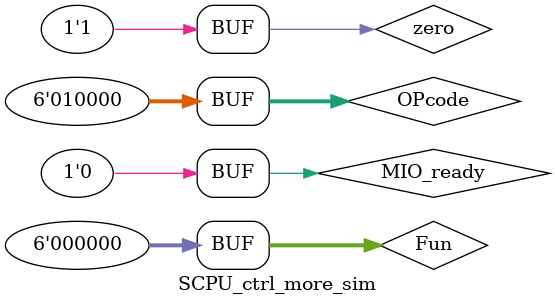
<source format=v>
`timescale 1ns / 1ps


module SCPU_ctrl_more_sim;

	// Inputs
	reg [5:0] OPcode;
	reg [5:0] Fun;
	reg MIO_ready;
	reg zero;

	// Outputs
	wire RegDst;
	wire ALUSrc_B;
	wire [1:0] DatatoReg;
	wire Jal;
	wire [1:0] Branch;
	wire RegWrite;
	wire mem_w;
	wire [2:0] ALU_Control;
	wire CPU_MIO;

	// Instantiate the Unit Under Test (UUT)
	SCPU_ctrl_more uut (
		.OPcode(OPcode), 
		.Fun(Fun), 
		.MIO_ready(MIO_ready), 
		.zero(zero), 
		.RegDst(RegDst), 
		.ALUSrc_B(ALUSrc_B), 
		.DatatoReg(DatatoReg), 
		.Jal(Jal), 
		.Branch(Branch), 
		.RegWrite(RegWrite), 
		.mem_w(mem_w), 
		.ALU_Control(ALU_Control), 
		.CPU_MIO(CPU_MIO)
	);

	initial begin
		// Initialize Inputs
		OPcode = 0;
		Fun = 0;
		MIO_ready = 0;
		zero = 0;

		// Wait 20 ns for global reset to finish
		#20;
        
		// Add stimulus here
		Fun = 6'b100000;//add 
		#20; Fun = 6'b100010;//sub 
		#20; Fun = 6'b100100;//and 
		#20; Fun = 6'b100101;//or 
		#20; Fun = 6'b000010;//srl 
		#20; Fun = 6'b101010;//slt 
		#20; Fun = 6'b100111;//nor 
		#20; Fun = 6'b100110;//xor 
		#20; Fun = 6'b001000;//jr 
		#20; Fun = 6'b001001;//jalr 
		#20; OPcode = 6'b000010;//j 
		#20; OPcode = 6'b000011;//jal 
		#20; OPcode = 6'b001111;//lui 
		#20; OPcode = 6'b001010;//slti 
		#20; OPcode = 6'b001110;//xori 
		#20; OPcode = 6'b001111;//ori 
		#20; OPcode = 6'b001100;//andi 
		#20; Fun = 6'b000000;//interval 
		#20; OPcode = 6'b100011;//lw 
		#20; OPcode = 6'b101011;//sw 
		#20; OPcode = 6'b000101;//bne 
		zero = 0;//ne 
		#20; OPcode = 6'b000101;//bne 
		zero = 1;//eq 
		#20; OPcode = 6'b000100;//beq 
		zero = 0;//ne 
		#20; OPcode = 6'b000100;//beq 
		zero = 1;//eq 
		#20; OPcode = 6'b001000;//addi 
		#20; OPcode = 6'b010000;//eret 

	end
      
endmodule


</source>
